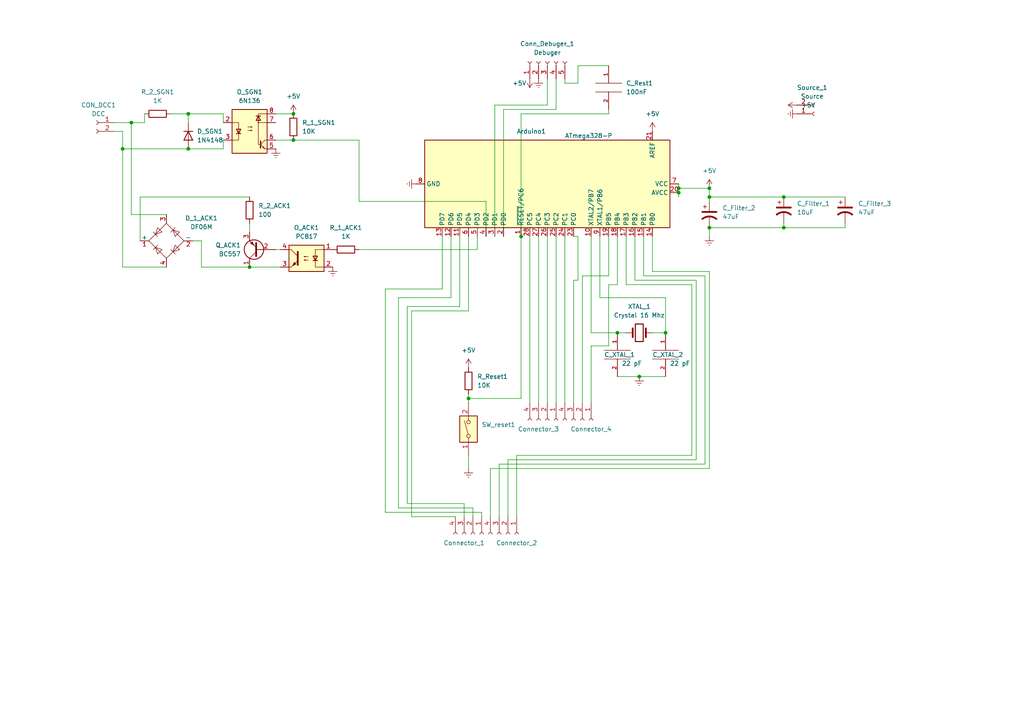
<source format=kicad_sch>
(kicad_sch (version 20211123) (generator eeschema)
  (paper "A4")
  (lib_symbols
    (symbol "Connector:Conn_01x02_Female" (pin_names (offset 1.016) hide)
      (property "Reference" "J" (at 0 2.54 0))
      (property "Value" "Conn_01x02_Female" (at 0 -5.08 0))
      (symbol "Conn_01x02_Female_1_1"
        (arc (start 0 -2.032) (mid -0.508 -2.54) (end 0 -3.048) (stroke (width 0.1524)))
        (polyline (pts (xy -1.27 -2.54) (xy -0.508 -2.54)) (stroke (width 0.1524)))
        (polyline (pts (xy -1.27 0) (xy -0.508 0)) (stroke (width 0.1524)))
        (arc (start 0 0.508) (mid -0.508 0) (end 0 -0.508) (stroke (width 0.1524)))
        (pin passive line (at -5.08 0 0) (length 3.81) (name "Pin_1") (number "1"))
        (pin passive line (at -5.08 -2.54 0) (length 3.81) (name "Pin_2") (number "2"))
      )
    )
    (symbol "Connector:Conn_01x04_Female" (pin_names (offset 1.016) hide)
      (property "Reference" "J" (at 0 5.08 0))
      (property "Value" "Conn_01x04_Female" (at 0 -7.62 0))
      (symbol "Conn_01x04_Female_1_1"
        (arc (start 0 -4.572) (mid -0.508 -5.08) (end 0 -5.588) (stroke (width 0.1524)))
        (arc (start 0 -2.032) (mid -0.508 -2.54) (end 0 -3.048) (stroke (width 0.1524)))
        (polyline (pts (xy -1.27 -5.08) (xy -0.508 -5.08)) (stroke (width 0.1524)))
        (polyline (pts (xy -1.27 -2.54) (xy -0.508 -2.54)) (stroke (width 0.1524)))
        (polyline (pts (xy -1.27 0) (xy -0.508 0)) (stroke (width 0.1524)))
        (polyline (pts (xy -1.27 2.54) (xy -0.508 2.54)) (stroke (width 0.1524)))
        (arc (start 0 0.508) (mid -0.508 0) (end 0 -0.508) (stroke (width 0.1524)))
        (arc (start 0 3.048) (mid -0.508 2.54) (end 0 2.032) (stroke (width 0.1524)))
        (pin passive line (at -5.08 2.54 0) (length 3.81) (name "Pin_1") (number "1"))
        (pin passive line (at -5.08 0 0) (length 3.81) (name "Pin_2") (number "2"))
        (pin passive line (at -5.08 -2.54 0) (length 3.81) (name "Pin_3") (number "3"))
        (pin passive line (at -5.08 -5.08 0) (length 3.81) (name "Pin_4") (number "4"))
      )
    )
    (symbol "Connector:Conn_01x05_Female" (pin_names (offset 1.016) hide)
      (property "Reference" "J" (at 0 7.62 0))
      (property "Value" "Conn_01x05_Female" (at 0 -7.62 0))
      (symbol "Conn_01x05_Female_1_1"
        (arc (start 0 -4.572) (mid -0.508 -5.08) (end 0 -5.588) (stroke (width 0.1524)))
        (arc (start 0 -2.032) (mid -0.508 -2.54) (end 0 -3.048) (stroke (width 0.1524)))
        (polyline (pts (xy -1.27 -5.08) (xy -0.508 -5.08)) (stroke (width 0.1524)))
        (polyline (pts (xy -1.27 -2.54) (xy -0.508 -2.54)) (stroke (width 0.1524)))
        (polyline (pts (xy -1.27 0) (xy -0.508 0)) (stroke (width 0.1524)))
        (polyline (pts (xy -1.27 2.54) (xy -0.508 2.54)) (stroke (width 0.1524)))
        (polyline (pts (xy -1.27 5.08) (xy -0.508 5.08)) (stroke (width 0.1524)))
        (arc (start 0 0.508) (mid -0.508 0) (end 0 -0.508) (stroke (width 0.1524)))
        (arc (start 0 3.048) (mid -0.508 2.54) (end 0 2.032) (stroke (width 0.1524)))
        (arc (start 0 5.588) (mid -0.508 5.08) (end 0 4.572) (stroke (width 0.1524)))
        (pin passive line (at -5.08 5.08 0) (length 3.81) (name "Pin_1") (number "1"))
        (pin passive line (at -5.08 2.54 0) (length 3.81) (name "Pin_2") (number "2"))
        (pin passive line (at -5.08 0 0) (length 3.81) (name "Pin_3") (number "3"))
        (pin passive line (at -5.08 -2.54 0) (length 3.81) (name "Pin_4") (number "4"))
        (pin passive line (at -5.08 -5.08 0) (length 3.81) (name "Pin_5") (number "5"))
      )
    )
    (symbol "Device:C_Polarized_US" (pin_numbers hide) (pin_names (offset 0.254) hide)
      (property "Reference" "C" (at 0.635 2.54 0))
      (property "Value" "C_Polarized_US" (at 0.635 -2.54 0))
      (symbol "C_Polarized_US_0_1"
        (polyline (pts (xy -2.032 0.762) (xy 2.032 0.762)) (stroke (width 0.508)))
        (polyline (pts (xy -1.778 2.286) (xy -0.762 2.286)))
        (polyline (pts (xy -1.27 1.778) (xy -1.27 2.794)))
        (arc (start 2.032 -1.27) (mid 0 -0.5572) (end -2.032 -1.27) (stroke (width 0.508)))
      )
      (symbol "C_Polarized_US_1_1"
        (pin passive line (at 0 3.81 270) (length 2.794) (name "~") (number "1"))
        (pin passive line (at 0 -3.81 90) (length 3.302) (name "~") (number "2"))
      )
    )
    (symbol "Device:Crystal" (pin_numbers hide) (pin_names (offset 1.016) hide)
      (property "Reference" "Y" (at 0 3.81 0))
      (property "Value" "Crystal" (at 0 -3.81 0))
      (symbol "Crystal_0_1"
        (rectangle (start -1.143 2.54) (end 1.143 -2.54) (stroke (width 0.3048)))
        (polyline (pts (xy -2.54 0) (xy -1.905 0)))
        (polyline (pts (xy -1.905 -1.27) (xy -1.905 1.27)) (stroke (width 0.508)))
        (polyline (pts (xy 1.905 -1.27) (xy 1.905 1.27)) (stroke (width 0.508)))
        (polyline (pts (xy 2.54 0) (xy 1.905 0)))
      )
      (symbol "Crystal_1_1"
        (pin passive line (at -3.81 0 0) (length 1.27) (name "1") (number "1"))
        (pin passive line (at 3.81 0 180) (length 1.27) (name "2") (number "2"))
      )
    )
    (symbol "Device:R" (pin_numbers hide) (pin_names (offset 0))
      (property "Reference" "R" (at 2.032 0 90))
      (property "Value" "R" (at 0 0 90))
      (symbol "R_0_1"
        (rectangle (start -1.016 -2.54) (end 1.016 2.54) (stroke (width 0.254)))
      )
      (symbol "R_1_1"
        (pin passive line (at 0 3.81 270) (length 1.27) (name "~") (number "1"))
        (pin passive line (at 0 -3.81 90) (length 1.27) (name "~") (number "2"))
      )
    )
    (symbol "Diode:1N4148" (pin_numbers hide) (pin_names (offset 1.016) hide)
      (property "Reference" "D" (at 0 2.54 0))
      (property "Value" "1N4148" (at 0 -2.54 0))
      (symbol "1N4148_0_1"
        (polyline (pts (xy -1.27 1.27) (xy -1.27 -1.27)) (stroke (width 0.254)))
        (polyline (pts (xy 1.27 0) (xy -1.27 0)))
        (polyline (pts (xy 1.27 1.27) (xy 1.27 -1.27) (xy -1.27 0) (xy 1.27 1.27)) (stroke (width 0.254)))
      )
      (symbol "1N4148_1_1"
        (pin passive line (at -3.81 0 0) (length 2.54) (name "K") (number "1"))
        (pin passive line (at 3.81 0 180) (length 2.54) (name "A") (number "2"))
      )
    )
    (symbol "Diode_Bridge:DF06M" (pin_names (offset 0))
      (property "Reference" "D" (at 2.54 6.985 0))
      (property "Value" "DF06M" (at 2.54 5.08 0))
      (symbol "DF06M_0_1"
        (polyline (pts (xy -2.54 3.81) (xy -1.27 2.54)))
        (polyline (pts (xy -1.27 -2.54) (xy -2.54 -3.81)))
        (polyline (pts (xy 2.54 -1.27) (xy 3.81 -2.54)))
        (polyline (pts (xy 2.54 1.27) (xy 3.81 2.54)))
        (polyline (pts (xy -3.81 2.54) (xy -2.54 1.27) (xy -1.905 3.175) (xy -3.81 2.54)))
        (polyline (pts (xy -2.54 -1.27) (xy -3.81 -2.54) (xy -1.905 -3.175) (xy -2.54 -1.27)))
        (polyline (pts (xy 1.27 2.54) (xy 2.54 3.81) (xy 3.175 1.905) (xy 1.27 2.54)))
        (polyline (pts (xy 3.175 -1.905) (xy 1.27 -2.54) (xy 2.54 -3.81) (xy 3.175 -1.905)))
        (polyline (pts (xy -5.08 0) (xy 0 -5.08) (xy 5.08 0) (xy 0 5.08) (xy -5.08 0)))
      )
      (symbol "DF06M_1_1"
        (pin passive line (at 7.62 0 180) (length 2.54) (name "+") (number "1"))
        (pin passive line (at -7.62 0 0) (length 2.54) (name "-") (number "2"))
        (pin passive line (at 0 -7.62 90) (length 2.54) (name "~") (number "3"))
        (pin passive line (at 0 7.62 270) (length 2.54) (name "~") (number "4"))
      )
    )
    (symbol "Isolator:6N136" (pin_names (offset 1.016))
      (property "Reference" "U" (at -5.08 7.62 0))
      (property "Value" "6N136" (at 0 7.62 0))
      (symbol "6N136_0_1"
        (rectangle (start -5.08 6.35) (end 5.08 -6.35) (stroke (width 0.254)) (fill (type background)))
        (polyline (pts (xy -3.81 -0.635) (xy -2.54 -0.635)) (stroke (width 0.254)))
        (polyline (pts (xy 1.905 4.445) (xy 3.175 4.445)) (stroke (width 0.254)))
        (polyline (pts (xy 3.175 -2.794) (xy 3.175 -4.826)) (stroke (width 0.3556)))
        (polyline (pts (xy 3.302 -3.937) (xy 4.445 -5.08)))
        (polyline (pts (xy 3.302 -3.683) (xy 4.445 -2.54)))
        (polyline (pts (xy 5.08 -5.08) (xy 4.445 -5.08)))
        (polyline (pts (xy 5.08 -2.54) (xy 4.445 -2.54)))
        (polyline (pts (xy 5.08 2.54) (xy 2.54 2.54)))
        (polyline (pts (xy -5.08 2.54) (xy -3.175 2.54) (xy -3.175 -2.54) (xy -5.08 -2.54)))
        (polyline (pts (xy -3.175 -0.635) (xy -3.81 0.635) (xy -2.54 0.635) (xy -3.175 -0.635)) (stroke (width 0.254)))
        (polyline (pts (xy 2.54 4.445) (xy 1.905 3.175) (xy 3.175 3.175) (xy 2.54 4.445)) (stroke (width 0.254)))
        (polyline (pts (xy 4.318 -4.953) (xy 4.064 -4.445) (xy 3.81 -4.699) (xy 4.318 -4.953)))
        (polyline (pts (xy 5.08 5.08) (xy 2.54 5.08) (xy 2.54 -3.81) (xy 3.175 -3.81)))
        (polyline (pts (xy -0.508 0.254) (xy 0.762 0.254) (xy 0.381 0.127) (xy 0.381 0.381) (xy 0.762 0.254)))
        (polyline (pts (xy -0.508 1.27) (xy 0.762 1.27) (xy 0.381 1.143) (xy 0.381 1.397) (xy 0.762 1.27)))
        (circle (center 2.54 2.54) (radius 0.127))
      )
      (symbol "6N136_1_1"
        (pin no_connect line (at -5.08 5.08 0) (length 2.54) hide (name "NC") (number "1"))
        (pin passive line (at -7.62 2.54 0) (length 2.54) (name "~") (number "2"))
        (pin passive line (at -7.62 -2.54 0) (length 2.54) (name "~") (number "3"))
        (pin no_connect line (at -5.08 -5.08 0) (length 2.54) hide (name "NC") (number "4"))
        (pin passive line (at 7.62 -5.08 180) (length 2.54) (name "~") (number "5"))
        (pin passive line (at 7.62 -2.54 180) (length 2.54) (name "~") (number "6"))
        (pin passive line (at 7.62 2.54 180) (length 2.54) (name "~") (number "7"))
        (pin passive line (at 7.62 5.08 180) (length 2.54) (name "~") (number "8"))
      )
    )
    (symbol "Isolator:PC817" (pin_names (offset 1.016))
      (property "Reference" "U" (at -5.08 5.08 0))
      (property "Value" "PC817" (at 0 5.08 0))
      (symbol "PC817_0_1"
        (rectangle (start -5.08 3.81) (end 5.08 -3.81) (stroke (width 0.254)) (fill (type background)))
        (polyline (pts (xy -3.175 -0.635) (xy -1.905 -0.635)) (stroke (width 0.254)))
        (polyline (pts (xy 2.54 0.635) (xy 4.445 2.54)))
        (polyline (pts (xy 4.445 -2.54) (xy 2.54 -0.635)) (fill (type outline)))
        (polyline (pts (xy 4.445 -2.54) (xy 5.08 -2.54)))
        (polyline (pts (xy 4.445 2.54) (xy 5.08 2.54)))
        (polyline (pts (xy -5.08 2.54) (xy -2.54 2.54) (xy -2.54 -0.635)))
        (polyline (pts (xy -2.54 -0.635) (xy -2.54 -2.54) (xy -5.08 -2.54)))
        (polyline (pts (xy 2.54 1.905) (xy 2.54 -1.905) (xy 2.54 -1.905)) (stroke (width 0.508)))
        (polyline (pts (xy -2.54 -0.635) (xy -3.175 0.635) (xy -1.905 0.635) (xy -2.54 -0.635)) (stroke (width 0.254)))
        (polyline (pts (xy -0.508 -0.508) (xy 0.762 -0.508) (xy 0.381 -0.635) (xy 0.381 -0.381) (xy 0.762 -0.508)))
        (polyline (pts (xy -0.508 0.508) (xy 0.762 0.508) (xy 0.381 0.381) (xy 0.381 0.635) (xy 0.762 0.508)))
        (polyline (pts (xy 3.048 -1.651) (xy 3.556 -1.143) (xy 4.064 -2.159) (xy 3.048 -1.651) (xy 3.048 -1.651)) (fill (type outline)))
      )
      (symbol "PC817_1_1"
        (pin passive line (at -7.62 2.54 0) (length 2.54) (name "~") (number "1"))
        (pin passive line (at -7.62 -2.54 0) (length 2.54) (name "~") (number "2"))
        (pin passive line (at 7.62 -2.54 180) (length 2.54) (name "~") (number "3"))
        (pin passive line (at 7.62 2.54 180) (length 2.54) (name "~") (number "4"))
      )
    )
    (symbol "MCU_Microchip_ATmega:ATmega328-P"
      (property "Reference" "U" (at -12.7 36.83 0))
      (property "Value" "ATmega328-P" (at 2.54 -36.83 0))
      (symbol "ATmega328-P_0_1"
        (rectangle (start -12.7 -35.56) (end 12.7 35.56) (stroke (width 0.254)) (fill (type background)))
      )
      (symbol "ATmega328-P_1_1"
        (pin bidirectional line (at 15.24 -7.62 180) (length 2.54) (name "~{RESET}/PC6") (number "1"))
        (pin bidirectional line (at 15.24 12.7 180) (length 2.54) (name "XTAL2/PB7") (number "10"))
        (pin bidirectional line (at 15.24 -25.4 180) (length 2.54) (name "PD5") (number "11"))
        (pin bidirectional line (at 15.24 -27.94 180) (length 2.54) (name "PD6") (number "12"))
        (pin bidirectional line (at 15.24 -30.48 180) (length 2.54) (name "PD7") (number "13"))
        (pin bidirectional line (at 15.24 30.48 180) (length 2.54) (name "PB0") (number "14"))
        (pin bidirectional line (at 15.24 27.94 180) (length 2.54) (name "PB1") (number "15"))
        (pin bidirectional line (at 15.24 25.4 180) (length 2.54) (name "PB2") (number "16"))
        (pin bidirectional line (at 15.24 22.86 180) (length 2.54) (name "PB3") (number "17"))
        (pin bidirectional line (at 15.24 20.32 180) (length 2.54) (name "PB4") (number "18"))
        (pin bidirectional line (at 15.24 17.78 180) (length 2.54) (name "PB5") (number "19"))
        (pin bidirectional line (at 15.24 -12.7 180) (length 2.54) (name "PD0") (number "2"))
        (pin power_in line (at 2.54 38.1 270) (length 2.54) (name "AVCC") (number "20"))
        (pin passive line (at -15.24 30.48 0) (length 2.54) (name "AREF") (number "21"))
        (pin passive line (at 0 -38.1 90) (length 2.54) hide (name "GND") (number "22"))
        (pin bidirectional line (at 15.24 7.62 180) (length 2.54) (name "PC0") (number "23"))
        (pin bidirectional line (at 15.24 5.08 180) (length 2.54) (name "PC1") (number "24"))
        (pin bidirectional line (at 15.24 2.54 180) (length 2.54) (name "PC2") (number "25"))
        (pin bidirectional line (at 15.24 0 180) (length 2.54) (name "PC3") (number "26"))
        (pin bidirectional line (at 15.24 -2.54 180) (length 2.54) (name "PC4") (number "27"))
        (pin bidirectional line (at 15.24 -5.08 180) (length 2.54) (name "PC5") (number "28"))
        (pin bidirectional line (at 15.24 -15.24 180) (length 2.54) (name "PD1") (number "3"))
        (pin bidirectional line (at 15.24 -17.78 180) (length 2.54) (name "PD2") (number "4"))
        (pin bidirectional line (at 15.24 -20.32 180) (length 2.54) (name "PD3") (number "5"))
        (pin bidirectional line (at 15.24 -22.86 180) (length 2.54) (name "PD4") (number "6"))
        (pin power_in line (at 0 38.1 270) (length 2.54) (name "VCC") (number "7"))
        (pin power_in line (at 0 -38.1 90) (length 2.54) (name "GND") (number "8"))
        (pin bidirectional line (at 15.24 15.24 180) (length 2.54) (name "XTAL1/PB6") (number "9"))
      )
    )
    (symbol "Switch:SW_DIP_x01" (pin_names (offset 0) hide)
      (property "Reference" "SW" (at 0 3.81 0))
      (property "Value" "SW_DIP_x01" (at 0 -3.81 0))
      (symbol "SW_DIP_x01_0_0"
        (circle (center -2.032 0) (radius 0.508))
        (polyline (pts (xy -1.524 0.127) (xy 2.3622 1.1684)))
        (circle (center 2.032 0) (radius 0.508))
      )
      (symbol "SW_DIP_x01_0_1"
        (rectangle (start -3.81 2.54) (end 3.81 -2.54) (stroke (width 0.254)) (fill (type background)))
      )
      (symbol "SW_DIP_x01_1_1"
        (pin passive line (at -7.62 0 0) (length 5.08) (name "~") (number "1"))
        (pin passive line (at 7.62 0 180) (length 5.08) (name "~") (number "2"))
      )
    )
    (symbol "Transistor_BJT:BC557" (pin_names (offset 0) hide)
      (property "Reference" "Q" (at 5.08 1.905 0))
      (property "Value" "BC557" (at 5.08 0 0))
      (symbol "BC557_0_1"
        (polyline (pts (xy 0.635 0.635) (xy 2.54 2.54)))
        (polyline (pts (xy 0.635 -0.635) (xy 2.54 -2.54) (xy 2.54 -2.54)))
        (polyline (pts (xy 0.635 1.905) (xy 0.635 -1.905) (xy 0.635 -1.905)) (stroke (width 0.508)))
        (polyline (pts (xy 2.286 -1.778) (xy 1.778 -2.286) (xy 1.27 -1.27) (xy 2.286 -1.778) (xy 2.286 -1.778)) (fill (type outline)))
        (circle (center 1.27 0) (radius 2.8194) (stroke (width 0.254)))
      )
      (symbol "BC557_1_1"
        (pin passive line (at 2.54 5.08 270) (length 2.54) (name "C") (number "1"))
        (pin input line (at -5.08 0 0) (length 5.715) (name "B") (number "2"))
        (pin passive line (at 2.54 -5.08 90) (length 2.54) (name "E") (number "3"))
      )
    )
    (symbol "power:+5V" (power) (pin_names (offset 0))
      (property "Value" "+5V" (at 0 3.556 0))
      (symbol "+5V_0_1"
        (polyline (pts (xy -0.762 1.27) (xy 0 2.54)))
        (polyline (pts (xy 0 0) (xy 0 2.54)))
        (polyline (pts (xy 0 2.54) (xy 0.762 1.27)))
      )
      (symbol "+5V_1_1"
        (pin power_in line (at 0 0 90) (length 0) hide (name "+5V") (number "1"))
      )
    )
    (symbol "power:Earth" (power) (pin_names (offset 0))
      (symbol "Earth_0_1"
        (polyline (pts (xy -0.635 -1.905) (xy 0.635 -1.905)))
        (polyline (pts (xy -0.127 -2.54) (xy 0.127 -2.54)))
        (polyline (pts (xy 0 -1.27) (xy 0 0)))
        (polyline (pts (xy 1.27 -1.27) (xy -1.27 -1.27)))
      )
      (symbol "Earth_1_1"
        (pin power_in line (at 0 0 270) (length 0) hide (name "Earth") (number "1"))
      )
    )
    (symbol "pspice:C" (pin_names (offset 0.254))
      (property "Reference" "C" (at 2.54 3.81 90))
      (property "Value" "C" (at 2.54 -3.81 90))
      (symbol "C_0_1"
        (polyline (pts (xy -3.81 -1.27) (xy 3.81 -1.27)))
        (polyline (pts (xy -3.81 1.27) (xy 3.81 1.27)))
      )
      (symbol "C_1_1"
        (pin passive line (at 0 6.35 270) (length 5.08) (name "~") (number "1"))
        (pin passive line (at 0 -6.35 90) (length 5.08) (name "~") (number "2"))
      )
    )
    (symbol "pspice:CAP" (pin_names (offset 0.254))
      (property "Reference" "C" (at 2.54 3.81 90))
      (property "Value" "CAP" (at 2.54 -3.81 90))
      (symbol "CAP_0_1"
        (polyline (pts (xy -3.81 -1.27) (xy 3.81 -1.27)))
        (polyline (pts (xy -3.81 1.27) (xy 3.81 1.27)))
      )
      (symbol "CAP_1_1"
        (pin passive line (at 0 6.35 270) (length 5.08) (name "~") (number "1"))
        (pin passive line (at 0 -6.35 90) (length 5.08) (name "~") (number "2"))
      )
    )
  )
  (junction (at 85.09 33.02))
  (junction (at 179.07 96.52))
  (junction (at 72.39 77.47))
  (junction (at 85.09 40.64))
  (junction (at 196.85 54.61))
  (junction (at 185.42 109.22))
  (junction (at 54.61 43.18))
  (junction (at 193.04 96.52))
  (junction (at 135.89 115.57))
  (junction (at 54.61 33.02))
  (junction (at 227.33 66.04))
  (junction (at 205.74 57.15))
  (junction (at 196.85 55.88))
  (junction (at 38.1 35.56))
  (junction (at 151.13 68.58))
  (junction (at 35.56 43.18))
  (junction (at 205.74 54.61))
  (junction (at 227.33 57.15))
  (junction (at 205.74 66.04))
  (wire (pts (xy 118.11 88.9) (xy 118.11 146.05)))
  (wire (pts (xy 196.85 55.88) (xy 196.85 57.15)))
  (wire (pts (xy 149.86 132.08) (xy 149.86 149.86)))
  (wire (pts (xy 173.99 86.36) (xy 193.04 86.36)))
  (wire (pts (xy 133.35 88.9) (xy 118.11 88.9)))
  (wire (pts (xy 142.24 135.89) (xy 205.74 135.89)))
  (wire (pts (xy 171.45 68.58) (xy 171.45 96.52)))
  (wire (pts (xy 111.76 148.59) (xy 139.7 148.59)))
  (wire (pts (xy 151.13 68.58) (xy 151.13 33.02)))
  (wire (pts (xy 151.13 68.58) (xy 151.13 115.57)))
  (wire (pts (xy 146.05 31.75) (xy 161.29 31.75)))
  (wire (pts (xy 166.37 81.28) (xy 167.64 81.28)))
  (wire (pts (xy 167.64 19.05) (xy 167.64 24.13)))
  (wire (pts (xy 40.64 69.85) (xy 40.64 57.15)))
  (wire (pts (xy 35.56 38.1) (xy 35.56 43.18)))
  (wire (pts (xy 33.02 35.56) (xy 38.1 35.56)))
  (wire (pts (xy 80.01 40.64) (xy 85.09 40.64)))
  (wire (pts (xy 135.89 68.58) (xy 135.89 90.17)))
  (wire (pts (xy 153.67 68.58) (xy 153.67 116.84)))
  (wire (pts (xy 119.38 90.17) (xy 135.89 90.17)))
  (wire (pts (xy 205.74 57.15) (xy 205.74 58.42)))
  (wire (pts (xy 196.85 54.61) (xy 196.85 55.88)))
  (wire (pts (xy 115.57 86.36) (xy 130.81 86.36)))
  (wire (pts (xy 144.78 134.62) (xy 204.47 134.62)))
  (wire (pts (xy 227.33 57.15) (xy 245.11 57.15)))
  (wire (pts (xy 176.53 100.33) (xy 176.53 82.55)))
  (wire (pts (xy 140.97 68.58) (xy 140.97 58.42)))
  (wire (pts (xy 196.85 53.34) (xy 196.85 54.61)))
  (wire (pts (xy 54.61 33.02) (xy 54.61 35.56)))
  (wire (pts (xy 181.61 82.55) (xy 200.66 82.55)))
  (wire (pts (xy 204.47 80.01) (xy 186.69 80.01)))
  (wire (pts (xy 204.47 134.62) (xy 204.47 80.01)))
  (wire (pts (xy 64.77 33.02) (xy 64.77 35.56)))
  (wire (pts (xy 58.42 77.47) (xy 72.39 77.47)))
  (wire (pts (xy 193.04 86.36) (xy 193.04 96.52)))
  (wire (pts (xy 149.86 132.08) (xy 200.66 132.08)))
  (wire (pts (xy 171.45 100.33) (xy 176.53 100.33)))
  (wire (pts (xy 41.91 35.56) (xy 41.91 33.02)))
  (wire (pts (xy 72.39 64.77) (xy 72.39 67.31)))
  (wire (pts (xy 158.75 30.48) (xy 158.75 22.86)))
  (wire (pts (xy 133.35 68.58) (xy 133.35 88.9)))
  (wire (pts (xy 64.77 43.18) (xy 64.77 40.64)))
  (wire (pts (xy 134.62 146.05) (xy 134.62 149.86)))
  (wire (pts (xy 40.64 57.15) (xy 72.39 57.15)))
  (wire (pts (xy 104.14 72.39) (xy 138.43 72.39)))
  (wire (pts (xy 33.02 38.1) (xy 35.56 38.1)))
  (wire (pts (xy 130.81 68.58) (xy 130.81 86.36)))
  (wire (pts (xy 171.45 116.84) (xy 171.45 100.33)))
  (wire (pts (xy 72.39 77.47) (xy 81.28 77.47)))
  (wire (pts (xy 142.24 135.89) (xy 142.24 149.86)))
  (wire (pts (xy 167.64 68.58) (xy 166.37 68.58)))
  (wire (pts (xy 163.83 24.13) (xy 163.83 22.86)))
  (wire (pts (xy 176.53 80.01) (xy 176.53 68.58)))
  (wire (pts (xy 35.56 43.18) (xy 54.61 43.18)))
  (wire (pts (xy 176.53 80.01) (xy 168.91 80.01)))
  (wire (pts (xy 181.61 68.58) (xy 181.61 82.55)))
  (wire (pts (xy 54.61 43.18) (xy 64.77 43.18)))
  (wire (pts (xy 135.89 114.3) (xy 135.89 115.57)))
  (wire (pts (xy 161.29 68.58) (xy 161.29 116.84)))
  (wire (pts (xy 137.16 147.32) (xy 137.16 149.86)))
  (wire (pts (xy 158.75 68.58) (xy 158.75 116.84)))
  (wire (pts (xy 227.33 57.15) (xy 205.74 57.15)))
  (wire (pts (xy 128.27 68.58) (xy 128.27 83.82)))
  (wire (pts (xy 104.14 58.42) (xy 140.97 58.42)))
  (wire (pts (xy 179.07 68.58) (xy 179.07 82.55)))
  (wire (pts (xy 176.53 33.02) (xy 176.53 31.75)))
  (wire (pts (xy 35.56 43.18) (xy 35.56 77.47)))
  (wire (pts (xy 184.15 81.28) (xy 201.93 81.28)))
  (wire (pts (xy 48.26 62.23) (xy 38.1 62.23)))
  (wire (pts (xy 143.51 30.48) (xy 158.75 30.48)))
  (wire (pts (xy 173.99 68.58) (xy 173.99 86.36)))
  (wire (pts (xy 111.76 83.82) (xy 111.76 148.59)))
  (wire (pts (xy 115.57 147.32) (xy 115.57 86.36)))
  (wire (pts (xy 58.42 69.85) (xy 58.42 77.47)))
  (wire (pts (xy 189.23 78.74) (xy 205.74 78.74)))
  (wire (pts (xy 205.74 78.74) (xy 205.74 135.89)))
  (wire (pts (xy 138.43 72.39) (xy 138.43 68.58)))
  (wire (pts (xy 196.85 54.61) (xy 205.74 54.61)))
  (wire (pts (xy 245.11 66.04) (xy 245.11 64.77)))
  (wire (pts (xy 205.74 54.61) (xy 205.74 57.15)))
  (wire (pts (xy 168.91 80.01) (xy 168.91 116.84)))
  (wire (pts (xy 55.88 69.85) (xy 58.42 69.85)))
  (wire (pts (xy 200.66 82.55) (xy 200.66 132.08)))
  (wire (pts (xy 176.53 19.05) (xy 167.64 19.05)))
  (wire (pts (xy 171.45 96.52) (xy 179.07 96.52)))
  (wire (pts (xy 205.74 66.04) (xy 227.33 66.04)))
  (wire (pts (xy 227.33 66.04) (xy 227.33 64.77)))
  (wire (pts (xy 132.08 149.86) (xy 119.38 149.86)))
  (wire (pts (xy 189.23 68.58) (xy 189.23 78.74)))
  (wire (pts (xy 38.1 35.56) (xy 41.91 35.56)))
  (wire (pts (xy 184.15 68.58) (xy 184.15 81.28)))
  (wire (pts (xy 166.37 116.84) (xy 166.37 81.28)))
  (wire (pts (xy 85.09 40.64) (xy 104.14 40.64)))
  (wire (pts (xy 147.32 133.35) (xy 201.93 133.35)))
  (wire (pts (xy 186.69 68.58) (xy 186.69 80.01)))
  (wire (pts (xy 146.05 68.58) (xy 146.05 31.75)))
  (wire (pts (xy 156.21 68.58) (xy 156.21 116.84)))
  (wire (pts (xy 54.61 33.02) (xy 64.77 33.02)))
  (wire (pts (xy 189.23 96.52) (xy 193.04 96.52)))
  (wire (pts (xy 144.78 149.86) (xy 144.78 134.62)))
  (wire (pts (xy 115.57 147.32) (xy 137.16 147.32)))
  (wire (pts (xy 179.07 109.22) (xy 185.42 109.22)))
  (wire (pts (xy 143.51 68.58) (xy 143.51 30.48)))
  (wire (pts (xy 161.29 31.75) (xy 161.29 22.86)))
  (wire (pts (xy 205.74 66.04) (xy 205.74 68.58)))
  (wire (pts (xy 163.83 68.58) (xy 163.83 116.84)))
  (wire (pts (xy 118.11 146.05) (xy 134.62 146.05)))
  (wire (pts (xy 167.64 81.28) (xy 167.64 68.58)))
  (wire (pts (xy 49.53 33.02) (xy 54.61 33.02)))
  (wire (pts (xy 135.89 115.57) (xy 135.89 116.84)))
  (wire (pts (xy 167.64 24.13) (xy 163.83 24.13)))
  (wire (pts (xy 151.13 115.57) (xy 135.89 115.57)))
  (wire (pts (xy 128.27 83.82) (xy 111.76 83.82)))
  (wire (pts (xy 179.07 96.52) (xy 181.61 96.52)))
  (wire (pts (xy 227.33 66.04) (xy 245.11 66.04)))
  (wire (pts (xy 151.13 33.02) (xy 176.53 33.02)))
  (wire (pts (xy 147.32 149.86) (xy 147.32 133.35)))
  (wire (pts (xy 104.14 40.64) (xy 104.14 58.42)))
  (wire (pts (xy 38.1 35.56) (xy 38.1 62.23)))
  (wire (pts (xy 201.93 81.28) (xy 201.93 133.35)))
  (wire (pts (xy 135.89 132.08) (xy 135.89 135.89)))
  (wire (pts (xy 119.38 90.17) (xy 119.38 149.86)))
  (wire (pts (xy 80.01 72.39) (xy 81.28 72.39)))
  (wire (pts (xy 139.7 148.59) (xy 139.7 149.86)))
  (wire (pts (xy 176.53 82.55) (xy 179.07 82.55)))
  (wire (pts (xy 80.01 33.02) (xy 85.09 33.02)))
  (wire (pts (xy 185.42 109.22) (xy 193.04 109.22)))
  (wire (pts (xy 35.56 77.47) (xy 48.26 77.47)))
  (symbol (lib_id "Isolator:PC817") (at 88.9 74.93 0) (mirror y) (unit 1)
    (property "Reference" "O_ACK1" (at 88.9 66.04 0))
    (property "Value" "PC817" (at 88.9 68.58 0))
    (property "Footprint" "Package_DIP:DIP-4_W7.62mm" (effects hide))
    (property "Datasheet" "http://www.soselectronic.cz/a_info/resource/d/pc817.pdf" (effects hide))
  )
  (symbol (lib_id "Device:R") (at 100.33 72.39 270) (unit 1)
    (property "Reference" "R_1_ACK1" (at 100.33 66.04 90))
    (property "Value" "1K" (at 100.33 68.58 90))
    (property "Footprint" "Resistor_THT:R_Axial_DIN0207_L6.3mm_D2.5mm_P10.16mm_Horizontal" (effects hide))
  )
  (symbol (lib_id "pspice:C") (at 179.07 102.87 0) (unit 1)
    (property "Reference" "C_XTAL_1" (at 175.26 102.87 0) (effects (justify left)))
    (property "Value" "22 pF" (at 180.34 105.41 0) (effects (justify left)))
    (property "Footprint" "Capacitor_THT:C_Disc_D8.0mm_W5.0mm_P5.00mm" (effects hide))
  )
  (symbol (lib_id "power:Earth") (at 96.52 77.47 0) (unit 1)
    (property "Reference" "#PWR0104" (effects hide))
    (property "Value" "Earth" (effects hide))
  )
  (symbol (lib_id "Diode_Bridge:DF06M") (at 48.26 69.85 180) (unit 1)
    (property "Reference" "D_1_ACK1" (at 58.42 63.2712 0))
    (property "Value" "DF06M" (at 58.42 65.8112 0))
    (property "Footprint" "Diode_THT:Diode_Bridge_DIP-4_W7.62mm_P5.08mm" (effects hide))
    (property "Datasheet" "http://www.vishay.com/docs/88571/dfm.pdf" (effects hide))
  )
  (symbol (lib_id "Connector:Conn_01x04_Female") (at 158.75 121.92 270) (unit 1)
    (property "Reference" "Connector_3" (at 156.21 124.46 90))
    (property "Value" "Conn_01x04_Female" (effects hide))
    (property "Footprint" "Connector_Wago:Wago_734-134_1x04_P3.50mm_Vertical" (effects hide))
  )
  (symbol (lib_id "Device:C_Polarized_US") (at 227.33 60.96 0) (unit 1)
    (property "Reference" "C_Filter_1" (at 231.14 59.0549 0) (effects (justify left)))
    (property "Value" "10uF" (at 231.14 61.5949 0) (effects (justify left)))
    (property "Footprint" "Capacitor_THT:CP_Radial_D6.3mm_P2.50mm" (effects hide))
  )
  (symbol (lib_id "power:Earth") (at 231.14 33.02 270) (unit 1)
    (property "Reference" "#PWR0110" (effects hide))
    (property "Value" "Earth" (effects hide))
  )
  (symbol (lib_id "Device:C_Polarized_US") (at 245.11 60.96 0) (unit 1)
    (property "Reference" "C_Filter_3" (at 248.92 59.0549 0) (effects (justify left)))
    (property "Value" "47uF" (at 248.92 61.5949 0) (effects (justify left)))
    (property "Footprint" "Capacitor_THT:CP_Radial_D7.5mm_P2.50mm" (effects hide))
  )
  (symbol (lib_id "power:+5V") (at 153.67 22.86 180) (unit 1)
    (property "Reference" "#PWR0114" (effects hide))
    (property "Value" "+5V" (at 148.59 24.13 0) (effects (justify right)))
  )
  (symbol (lib_id "Connector:Conn_01x04_Female") (at 137.16 154.94 270) (unit 1)
    (property "Reference" "Connector_1" (at 134.62 157.48 90))
    (property "Value" "Conn_01x04_Female" (effects hide))
    (property "Footprint" "Connector_Wago:Wago_734-134_1x04_P3.50mm_Vertical" (effects hide))
  )
  (symbol (lib_id "Diode:1N4148") (at 54.61 39.37 270) (unit 1)
    (property "Reference" "D_SGN1" (at 57.15 38.0999 90) (effects (justify left)))
    (property "Value" "1N4148" (at 57.15 40.6399 90) (effects (justify left)))
    (property "Footprint" "Diode_THT:D_DO-35_SOD27_P7.62mm_Horizontal" (effects hide))
    (property "Datasheet" "https://assets.nexperia.com/documents/data-sheet/1N4148_1N4448.pdf" (effects hide))
  )
  (symbol (lib_id "pspice:C") (at 193.04 102.87 0) (unit 1)
    (property "Reference" "C_XTAL_2" (at 189.23 102.87 0) (effects (justify left)))
    (property "Value" "22 pF" (at 194.31 105.41 0) (effects (justify left)))
    (property "Footprint" "Capacitor_THT:C_Disc_D8.0mm_W5.0mm_P5.00mm" (effects hide))
  )
  (symbol (lib_id "Connector:Conn_01x04_Female") (at 168.91 121.92 270) (unit 1)
    (property "Reference" "Connector_4" (at 171.45 124.46 90))
    (property "Value" "Conn_01x04_Female" (effects hide))
    (property "Footprint" "Connector_Wago:Wago_734-134_1x04_P3.50mm_Vertical" (effects hide))
  )
  (symbol (lib_id "power:Earth") (at 185.42 109.22 0) (unit 1)
    (property "Reference" "#PWR0107" (effects hide))
    (property "Value" "Earth" (effects hide))
  )
  (symbol (lib_id "power:Earth") (at 80.01 43.18 0) (unit 1)
    (property "Reference" "#PWR0103" (effects hide))
    (property "Value" "Earth" (effects hide))
  )
  (symbol (lib_id "Device:R") (at 45.72 33.02 90) (unit 1)
    (property "Reference" "R_2_SGN1" (at 45.72 26.67 90))
    (property "Value" "1K" (at 45.72 29.21 90))
    (property "Footprint" "Resistor_THT:R_Axial_DIN0207_L6.3mm_D2.5mm_P10.16mm_Horizontal" (effects hide))
  )
  (symbol (lib_id "Device:C_Polarized_US") (at 205.74 62.23 0) (unit 1)
    (property "Reference" "C_Filter_2" (at 209.55 60.3249 0) (effects (justify left)))
    (property "Value" "47uF" (at 209.55 62.8649 0) (effects (justify left)))
    (property "Footprint" "Capacitor_THT:CP_Radial_D8.0mm_P3.80mm" (effects hide))
  )
  (symbol (lib_id "Device:R") (at 85.09 36.83 180) (unit 1)
    (property "Reference" "R_1_SGN1" (at 87.63 35.5599 0) (effects (justify right)))
    (property "Value" "10K" (at 87.63 38.0999 0) (effects (justify right)))
    (property "Footprint" "Resistor_THT:R_Axial_DIN0207_L6.3mm_D2.5mm_P10.16mm_Horizontal" (effects hide))
  )
  (symbol (lib_id "power:Earth") (at 135.89 135.89 0) (unit 1)
    (property "Reference" "#PWR0108" (effects hide))
    (property "Value" "Earth" (effects hide))
  )
  (symbol (lib_id "Connector:Conn_01x02_Female") (at 27.94 35.56 0) (mirror y) (unit 1)
    (property "Reference" "CON_DCC1" (at 28.575 30.48 0))
    (property "Value" "DCC" (at 28.575 33.02 0))
    (property "Footprint" "Connector_Wago:Wago_734-132_1x02_P3.50mm_Vertical" (effects hide))
  )
  (symbol (lib_id "Connector:Conn_01x04_Female") (at 147.32 154.94 270) (unit 1)
    (property "Reference" "Connector_2" (at 149.86 157.48 90))
    (property "Value" "Conn_01x04_Female" (effects hide))
    (property "Footprint" "Connector_Wago:Wago_734-134_1x04_P3.50mm_Vertical" (effects hide))
  )
  (symbol (lib_id "Device:Crystal") (at 185.42 96.52 0) (unit 1)
    (property "Reference" "XTAL_1" (at 185.42 88.9 0))
    (property "Value" "Crystal 16 Mhz" (at 185.42 91.44 0))
    (property "Footprint" "Crystal:Crystal_HC49-U_Vertical" (effects hide))
  )
  (symbol (lib_id "power:Earth") (at 120.65 53.34 270) (unit 1)
    (property "Reference" "#PWR0106" (effects hide))
    (property "Value" "Earth" (effects hide))
  )
  (symbol (lib_id "Isolator:6N136") (at 72.39 38.1 0) (unit 1)
    (property "Reference" "O_SGN1" (at 72.39 26.67 0))
    (property "Value" "6N136" (at 72.39 29.21 0))
    (property "Footprint" "Package_DIP:DIP-8_W7.62mm" (effects hide))
    (property "Datasheet" "https://optoelectronics.liteon.com/upload/download/DS70-2008-0032/6N135-L%206N136-L%20series.pdf" (effects hide))
  )
  (symbol (lib_id "power:+5V") (at 205.74 54.61 0) (unit 1)
    (property "Reference" "#PWR0109" (effects hide))
    (property "Value" "+5V" (at 205.74 49.53 0))
  )
  (symbol (lib_id "pspice:CAP") (at 176.53 25.4 0) (unit 1)
    (property "Reference" "C_Rest1" (at 181.61 24.1299 0) (effects (justify left)))
    (property "Value" "100nF" (at 181.61 26.6699 0) (effects (justify left)))
    (property "Footprint" "Capacitor_SMD:C_2225_5664Metric_Pad1.80x6.60mm_HandSolder" (effects hide))
  )
  (symbol (lib_id "power:Earth") (at 205.74 68.58 0) (unit 1)
    (property "Reference" "#PWR0101" (effects hide))
    (property "Value" "Earth" (effects hide))
  )
  (symbol (lib_id "power:Earth") (at 156.21 22.86 0) (unit 1)
    (property "Reference" "#PWR0113" (effects hide))
    (property "Value" "Earth" (effects hide))
  )
  (symbol (lib_id "power:+5V") (at 135.89 106.68 0) (unit 1)
    (property "Reference" "#PWR0105" (effects hide))
    (property "Value" "+5V" (at 135.89 101.6 0))
  )
  (symbol (lib_id "power:+5V") (at 189.23 38.1 0) (unit 1)
    (property "Reference" "#PWR0112" (effects hide))
    (property "Value" "+5V" (at 189.23 33.02 0))
  )
  (symbol (lib_id "Device:R") (at 135.89 110.49 0) (unit 1)
    (property "Reference" "R_Reset1" (at 138.43 109.2199 0) (effects (justify left)))
    (property "Value" "10K" (at 138.43 111.7599 0) (effects (justify left)))
    (property "Footprint" "Resistor_THT:R_Axial_DIN0207_L6.3mm_D2.5mm_P10.16mm_Horizontal" (effects hide))
  )
  (symbol (lib_id "Connector:Conn_01x05_Female") (at 158.75 17.78 90) (unit 1)
    (property "Reference" "Conn_Debuger_1" (at 158.75 12.7 90))
    (property "Value" "Debuger" (at 158.75 15.24 90))
    (property "Footprint" "Connector_PinHeader_2.54mm:PinHeader_1x05_P2.54mm_Vertical" (effects hide))
  )
  (symbol (lib_id "power:+5V") (at 85.09 33.02 0) (unit 1)
    (property "Reference" "#PWR0102" (effects hide))
    (property "Value" "+5V" (at 85.09 27.94 0))
  )
  (symbol (lib_id "Transistor_BJT:BC557") (at 74.93 72.39 180) (unit 1)
    (property "Reference" "Q_ACK1" (at 69.85 71.1199 0) (effects (justify left)))
    (property "Value" "BC557" (at 69.85 73.6599 0) (effects (justify left)))
    (property "Footprint" "Package_TO_SOT_THT:TO-92_Inline" (effects hide))
    (property "Datasheet" "https://www.onsemi.com/pub/Collateral/BC556BTA-D.pdf" (effects hide))
  )
  (symbol (lib_id "Connector:Conn_01x02_Female") (at 236.22 33.02 0) (mirror x) (unit 1)
    (property "Reference" "Source_1" (at 235.585 25.4 0))
    (property "Value" "Source" (at 235.585 27.94 0))
    (property "Footprint" "Connector_JST:JST_NV_B02P-NV_1x02_P5.00mm_Vertical" (effects hide))
  )
  (symbol (lib_id "power:+5V") (at 231.14 30.48 90) (unit 1)
    (property "Reference" "#PWR0111" (effects hide))
    (property "Value" "+5V" (at 232.41 30.4799 90) (effects (justify right)))
  )
  (symbol (lib_id "Device:R") (at 72.39 60.96 180) (unit 1)
    (property "Reference" "R_2_ACK1" (at 74.93 59.6899 0) (effects (justify right)))
    (property "Value" "100" (at 74.93 62.2299 0) (effects (justify right)))
    (property "Footprint" "Resistor_THT:R_Axial_DIN0207_L6.3mm_D2.5mm_P10.16mm_Horizontal" (effects hide))
  )
  (symbol (lib_id "Switch:SW_DIP_x01") (at 135.89 124.46 90) (unit 1)
    (property "Reference" "SW_reset1" (at 139.7 123.1899 90) (effects (justify right)))
    (property "Value" "SW_DIP_x01" (effects hide))
    (property "Footprint" "Button_Switch_THT:SW_PUSH_6mm_H5mm" (effects hide))
  )
  (symbol (lib_id "MCU_Microchip_ATmega:ATmega328-P") (at 158.75 53.34 270) (unit 1)
    (property "Reference" "Arduino1" (at 149.86 38.1 90) (effects (justify left)))
    (property "Value" "ATmega328-P" (at 163.83 39.37 90) (effects (justify left)))
    (property "Footprint" "Package_DIP:DIP-28_W7.62mm" (effects hide))
    (property "Datasheet" "http://ww1.microchip.com/downloads/en/DeviceDoc/ATmega328_P%20AVR%20MCU%20with%20picoPower%20Technology%20Data%20Sheet%2040001984A.pdf" (effects hide))
  )
)
</source>
